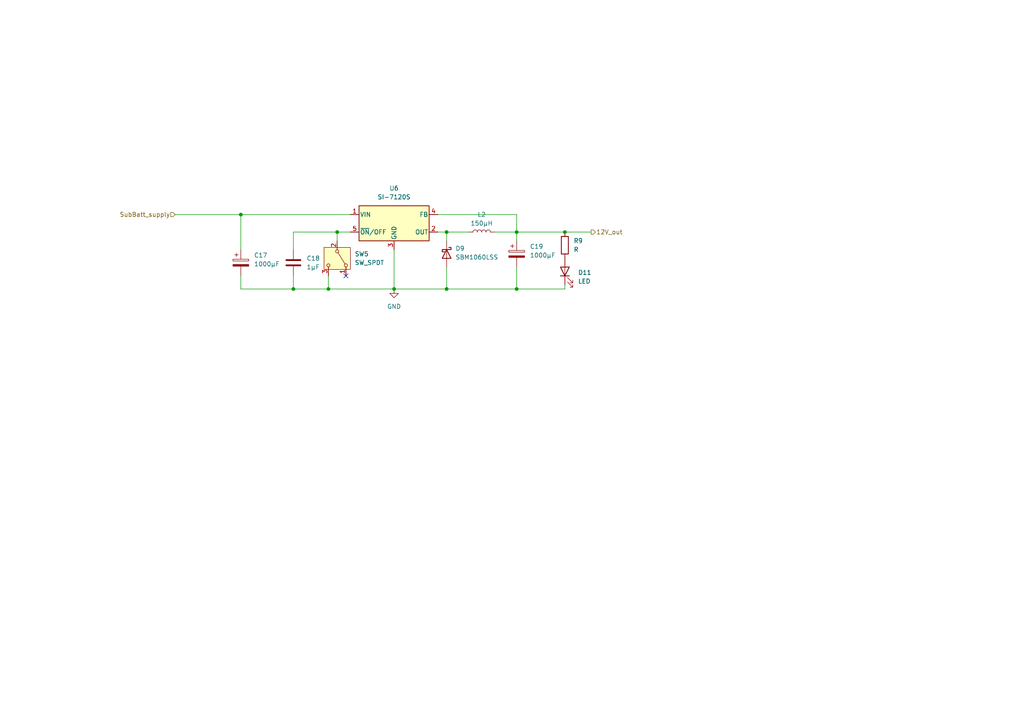
<source format=kicad_sch>
(kicad_sch (version 20230121) (generator eeschema)

  (uuid e7a3216a-5b9f-4f38-b29f-5458ec3aacd4)

  (paper "A4")

  (lib_symbols
    (symbol "Device:C" (pin_numbers hide) (pin_names (offset 0.254)) (in_bom yes) (on_board yes)
      (property "Reference" "C" (at 0.635 2.54 0)
        (effects (font (size 1.27 1.27)) (justify left))
      )
      (property "Value" "C" (at 0.635 -2.54 0)
        (effects (font (size 1.27 1.27)) (justify left))
      )
      (property "Footprint" "" (at 0.9652 -3.81 0)
        (effects (font (size 1.27 1.27)) hide)
      )
      (property "Datasheet" "~" (at 0 0 0)
        (effects (font (size 1.27 1.27)) hide)
      )
      (property "ki_keywords" "cap capacitor" (at 0 0 0)
        (effects (font (size 1.27 1.27)) hide)
      )
      (property "ki_description" "Unpolarized capacitor" (at 0 0 0)
        (effects (font (size 1.27 1.27)) hide)
      )
      (property "ki_fp_filters" "C_*" (at 0 0 0)
        (effects (font (size 1.27 1.27)) hide)
      )
      (symbol "C_0_1"
        (polyline
          (pts
            (xy -2.032 -0.762)
            (xy 2.032 -0.762)
          )
          (stroke (width 0.508) (type default))
          (fill (type none))
        )
        (polyline
          (pts
            (xy -2.032 0.762)
            (xy 2.032 0.762)
          )
          (stroke (width 0.508) (type default))
          (fill (type none))
        )
      )
      (symbol "C_1_1"
        (pin passive line (at 0 3.81 270) (length 2.794)
          (name "~" (effects (font (size 1.27 1.27))))
          (number "1" (effects (font (size 1.27 1.27))))
        )
        (pin passive line (at 0 -3.81 90) (length 2.794)
          (name "~" (effects (font (size 1.27 1.27))))
          (number "2" (effects (font (size 1.27 1.27))))
        )
      )
    )
    (symbol "Device:C_Polarized" (pin_numbers hide) (pin_names (offset 0.254)) (in_bom yes) (on_board yes)
      (property "Reference" "C" (at 0.635 2.54 0)
        (effects (font (size 1.27 1.27)) (justify left))
      )
      (property "Value" "C_Polarized" (at 0.635 -2.54 0)
        (effects (font (size 1.27 1.27)) (justify left))
      )
      (property "Footprint" "" (at 0.9652 -3.81 0)
        (effects (font (size 1.27 1.27)) hide)
      )
      (property "Datasheet" "~" (at 0 0 0)
        (effects (font (size 1.27 1.27)) hide)
      )
      (property "ki_keywords" "cap capacitor" (at 0 0 0)
        (effects (font (size 1.27 1.27)) hide)
      )
      (property "ki_description" "Polarized capacitor" (at 0 0 0)
        (effects (font (size 1.27 1.27)) hide)
      )
      (property "ki_fp_filters" "CP_*" (at 0 0 0)
        (effects (font (size 1.27 1.27)) hide)
      )
      (symbol "C_Polarized_0_1"
        (rectangle (start -2.286 0.508) (end 2.286 1.016)
          (stroke (width 0) (type default))
          (fill (type none))
        )
        (polyline
          (pts
            (xy -1.778 2.286)
            (xy -0.762 2.286)
          )
          (stroke (width 0) (type default))
          (fill (type none))
        )
        (polyline
          (pts
            (xy -1.27 2.794)
            (xy -1.27 1.778)
          )
          (stroke (width 0) (type default))
          (fill (type none))
        )
        (rectangle (start 2.286 -0.508) (end -2.286 -1.016)
          (stroke (width 0) (type default))
          (fill (type outline))
        )
      )
      (symbol "C_Polarized_1_1"
        (pin passive line (at 0 3.81 270) (length 2.794)
          (name "~" (effects (font (size 1.27 1.27))))
          (number "1" (effects (font (size 1.27 1.27))))
        )
        (pin passive line (at 0 -3.81 90) (length 2.794)
          (name "~" (effects (font (size 1.27 1.27))))
          (number "2" (effects (font (size 1.27 1.27))))
        )
      )
    )
    (symbol "Device:D_Schottky" (pin_numbers hide) (pin_names (offset 1.016) hide) (in_bom yes) (on_board yes)
      (property "Reference" "D" (at 0 2.54 0)
        (effects (font (size 1.27 1.27)))
      )
      (property "Value" "D_Schottky" (at 0 -2.54 0)
        (effects (font (size 1.27 1.27)))
      )
      (property "Footprint" "" (at 0 0 0)
        (effects (font (size 1.27 1.27)) hide)
      )
      (property "Datasheet" "~" (at 0 0 0)
        (effects (font (size 1.27 1.27)) hide)
      )
      (property "ki_keywords" "diode Schottky" (at 0 0 0)
        (effects (font (size 1.27 1.27)) hide)
      )
      (property "ki_description" "Schottky diode" (at 0 0 0)
        (effects (font (size 1.27 1.27)) hide)
      )
      (property "ki_fp_filters" "TO-???* *_Diode_* *SingleDiode* D_*" (at 0 0 0)
        (effects (font (size 1.27 1.27)) hide)
      )
      (symbol "D_Schottky_0_1"
        (polyline
          (pts
            (xy 1.27 0)
            (xy -1.27 0)
          )
          (stroke (width 0) (type default))
          (fill (type none))
        )
        (polyline
          (pts
            (xy 1.27 1.27)
            (xy 1.27 -1.27)
            (xy -1.27 0)
            (xy 1.27 1.27)
          )
          (stroke (width 0.254) (type default))
          (fill (type none))
        )
        (polyline
          (pts
            (xy -1.905 0.635)
            (xy -1.905 1.27)
            (xy -1.27 1.27)
            (xy -1.27 -1.27)
            (xy -0.635 -1.27)
            (xy -0.635 -0.635)
          )
          (stroke (width 0.254) (type default))
          (fill (type none))
        )
      )
      (symbol "D_Schottky_1_1"
        (pin passive line (at -3.81 0 0) (length 2.54)
          (name "K" (effects (font (size 1.27 1.27))))
          (number "1" (effects (font (size 1.27 1.27))))
        )
        (pin passive line (at 3.81 0 180) (length 2.54)
          (name "A" (effects (font (size 1.27 1.27))))
          (number "2" (effects (font (size 1.27 1.27))))
        )
      )
    )
    (symbol "Device:L" (pin_numbers hide) (pin_names (offset 1.016) hide) (in_bom yes) (on_board yes)
      (property "Reference" "L" (at -1.27 0 90)
        (effects (font (size 1.27 1.27)))
      )
      (property "Value" "L" (at 1.905 0 90)
        (effects (font (size 1.27 1.27)))
      )
      (property "Footprint" "" (at 0 0 0)
        (effects (font (size 1.27 1.27)) hide)
      )
      (property "Datasheet" "~" (at 0 0 0)
        (effects (font (size 1.27 1.27)) hide)
      )
      (property "ki_keywords" "inductor choke coil reactor magnetic" (at 0 0 0)
        (effects (font (size 1.27 1.27)) hide)
      )
      (property "ki_description" "Inductor" (at 0 0 0)
        (effects (font (size 1.27 1.27)) hide)
      )
      (property "ki_fp_filters" "Choke_* *Coil* Inductor_* L_*" (at 0 0 0)
        (effects (font (size 1.27 1.27)) hide)
      )
      (symbol "L_0_1"
        (arc (start 0 -2.54) (mid 0.6323 -1.905) (end 0 -1.27)
          (stroke (width 0) (type default))
          (fill (type none))
        )
        (arc (start 0 -1.27) (mid 0.6323 -0.635) (end 0 0)
          (stroke (width 0) (type default))
          (fill (type none))
        )
        (arc (start 0 0) (mid 0.6323 0.635) (end 0 1.27)
          (stroke (width 0) (type default))
          (fill (type none))
        )
        (arc (start 0 1.27) (mid 0.6323 1.905) (end 0 2.54)
          (stroke (width 0) (type default))
          (fill (type none))
        )
      )
      (symbol "L_1_1"
        (pin passive line (at 0 3.81 270) (length 1.27)
          (name "1" (effects (font (size 1.27 1.27))))
          (number "1" (effects (font (size 1.27 1.27))))
        )
        (pin passive line (at 0 -3.81 90) (length 1.27)
          (name "2" (effects (font (size 1.27 1.27))))
          (number "2" (effects (font (size 1.27 1.27))))
        )
      )
    )
    (symbol "Device:LED" (pin_numbers hide) (pin_names (offset 1.016) hide) (in_bom yes) (on_board yes)
      (property "Reference" "D" (at 0 2.54 0)
        (effects (font (size 1.27 1.27)))
      )
      (property "Value" "LED" (at 0 -2.54 0)
        (effects (font (size 1.27 1.27)))
      )
      (property "Footprint" "" (at 0 0 0)
        (effects (font (size 1.27 1.27)) hide)
      )
      (property "Datasheet" "~" (at 0 0 0)
        (effects (font (size 1.27 1.27)) hide)
      )
      (property "ki_keywords" "LED diode" (at 0 0 0)
        (effects (font (size 1.27 1.27)) hide)
      )
      (property "ki_description" "Light emitting diode" (at 0 0 0)
        (effects (font (size 1.27 1.27)) hide)
      )
      (property "ki_fp_filters" "LED* LED_SMD:* LED_THT:*" (at 0 0 0)
        (effects (font (size 1.27 1.27)) hide)
      )
      (symbol "LED_0_1"
        (polyline
          (pts
            (xy -1.27 -1.27)
            (xy -1.27 1.27)
          )
          (stroke (width 0.254) (type default))
          (fill (type none))
        )
        (polyline
          (pts
            (xy -1.27 0)
            (xy 1.27 0)
          )
          (stroke (width 0) (type default))
          (fill (type none))
        )
        (polyline
          (pts
            (xy 1.27 -1.27)
            (xy 1.27 1.27)
            (xy -1.27 0)
            (xy 1.27 -1.27)
          )
          (stroke (width 0.254) (type default))
          (fill (type none))
        )
        (polyline
          (pts
            (xy -3.048 -0.762)
            (xy -4.572 -2.286)
            (xy -3.81 -2.286)
            (xy -4.572 -2.286)
            (xy -4.572 -1.524)
          )
          (stroke (width 0) (type default))
          (fill (type none))
        )
        (polyline
          (pts
            (xy -1.778 -0.762)
            (xy -3.302 -2.286)
            (xy -2.54 -2.286)
            (xy -3.302 -2.286)
            (xy -3.302 -1.524)
          )
          (stroke (width 0) (type default))
          (fill (type none))
        )
      )
      (symbol "LED_1_1"
        (pin passive line (at -3.81 0 0) (length 2.54)
          (name "K" (effects (font (size 1.27 1.27))))
          (number "1" (effects (font (size 1.27 1.27))))
        )
        (pin passive line (at 3.81 0 180) (length 2.54)
          (name "A" (effects (font (size 1.27 1.27))))
          (number "2" (effects (font (size 1.27 1.27))))
        )
      )
    )
    (symbol "Device:R" (pin_numbers hide) (pin_names (offset 0)) (in_bom yes) (on_board yes)
      (property "Reference" "R" (at 2.032 0 90)
        (effects (font (size 1.27 1.27)))
      )
      (property "Value" "R" (at 0 0 90)
        (effects (font (size 1.27 1.27)))
      )
      (property "Footprint" "" (at -1.778 0 90)
        (effects (font (size 1.27 1.27)) hide)
      )
      (property "Datasheet" "~" (at 0 0 0)
        (effects (font (size 1.27 1.27)) hide)
      )
      (property "ki_keywords" "R res resistor" (at 0 0 0)
        (effects (font (size 1.27 1.27)) hide)
      )
      (property "ki_description" "Resistor" (at 0 0 0)
        (effects (font (size 1.27 1.27)) hide)
      )
      (property "ki_fp_filters" "R_*" (at 0 0 0)
        (effects (font (size 1.27 1.27)) hide)
      )
      (symbol "R_0_1"
        (rectangle (start -1.016 -2.54) (end 1.016 2.54)
          (stroke (width 0.254) (type default))
          (fill (type none))
        )
      )
      (symbol "R_1_1"
        (pin passive line (at 0 3.81 270) (length 1.27)
          (name "~" (effects (font (size 1.27 1.27))))
          (number "1" (effects (font (size 1.27 1.27))))
        )
        (pin passive line (at 0 -3.81 90) (length 1.27)
          (name "~" (effects (font (size 1.27 1.27))))
          (number "2" (effects (font (size 1.27 1.27))))
        )
      )
    )
    (symbol "Regulator_Switching:GL2576-12TB5T" (pin_names (offset 0.254)) (in_bom yes) (on_board yes)
      (property "Reference" "U" (at -10.16 6.35 0)
        (effects (font (size 1.27 1.27)) (justify left))
      )
      (property "Value" "GL2576-12TB5T" (at 0 6.35 0)
        (effects (font (size 1.27 1.27)) (justify left))
      )
      (property "Footprint" "Package_TO_SOT_THT:TO-220-5_Vertical" (at 0 -6.35 0)
        (effects (font (size 1.27 1.27) italic) (justify left) hide)
      )
      (property "Datasheet" "http://www.dianyuan.com/bbs/u/54/437861181916300.pdf" (at 0 0 0)
        (effects (font (size 1.27 1.27)) hide)
      )
      (property "ki_keywords" "12V 3A 52KHz Buck DC/DC" (at 0 0 0)
        (effects (font (size 1.27 1.27)) hide)
      )
      (property "ki_description" "12V 3A, 52KHz Step Down Converter, TO220-5" (at 0 0 0)
        (effects (font (size 1.27 1.27)) hide)
      )
      (property "ki_fp_filters" "TO?220*" (at 0 0 0)
        (effects (font (size 1.27 1.27)) hide)
      )
      (symbol "GL2576-12TB5T_0_1"
        (rectangle (start -10.16 5.08) (end 10.16 -5.08)
          (stroke (width 0.254) (type default))
          (fill (type background))
        )
      )
      (symbol "GL2576-12TB5T_1_1"
        (pin power_in line (at -12.7 2.54 0) (length 2.54)
          (name "VIN" (effects (font (size 1.27 1.27))))
          (number "1" (effects (font (size 1.27 1.27))))
        )
        (pin output line (at 12.7 -2.54 180) (length 2.54)
          (name "OUT" (effects (font (size 1.27 1.27))))
          (number "2" (effects (font (size 1.27 1.27))))
        )
        (pin power_in line (at 0 -7.62 90) (length 2.54)
          (name "GND" (effects (font (size 1.27 1.27))))
          (number "3" (effects (font (size 1.27 1.27))))
        )
        (pin input line (at 12.7 2.54 180) (length 2.54)
          (name "FB" (effects (font (size 1.27 1.27))))
          (number "4" (effects (font (size 1.27 1.27))))
        )
        (pin input line (at -12.7 -2.54 0) (length 2.54)
          (name "~{ON}/OFF" (effects (font (size 1.27 1.27))))
          (number "5" (effects (font (size 1.27 1.27))))
        )
      )
    )
    (symbol "Switch:SW_SPDT" (pin_names (offset 0) hide) (in_bom yes) (on_board yes)
      (property "Reference" "SW" (at 0 5.08 0)
        (effects (font (size 1.27 1.27)))
      )
      (property "Value" "SW_SPDT" (at 0 -5.08 0)
        (effects (font (size 1.27 1.27)))
      )
      (property "Footprint" "" (at 0 0 0)
        (effects (font (size 1.27 1.27)) hide)
      )
      (property "Datasheet" "~" (at 0 -7.62 0)
        (effects (font (size 1.27 1.27)) hide)
      )
      (property "ki_keywords" "switch single-pole double-throw spdt ON-ON" (at 0 0 0)
        (effects (font (size 1.27 1.27)) hide)
      )
      (property "ki_description" "Switch, single pole double throw" (at 0 0 0)
        (effects (font (size 1.27 1.27)) hide)
      )
      (symbol "SW_SPDT_0_1"
        (circle (center -2.032 0) (radius 0.4572)
          (stroke (width 0) (type default))
          (fill (type none))
        )
        (polyline
          (pts
            (xy -1.651 0.254)
            (xy 1.651 2.286)
          )
          (stroke (width 0) (type default))
          (fill (type none))
        )
        (circle (center 2.032 -2.54) (radius 0.4572)
          (stroke (width 0) (type default))
          (fill (type none))
        )
        (circle (center 2.032 2.54) (radius 0.4572)
          (stroke (width 0) (type default))
          (fill (type none))
        )
      )
      (symbol "SW_SPDT_1_1"
        (rectangle (start -3.175 3.81) (end 3.175 -3.81)
          (stroke (width 0) (type default))
          (fill (type background))
        )
        (pin passive line (at 5.08 2.54 180) (length 2.54)
          (name "A" (effects (font (size 1.27 1.27))))
          (number "1" (effects (font (size 1.27 1.27))))
        )
        (pin passive line (at -5.08 0 0) (length 2.54)
          (name "B" (effects (font (size 1.27 1.27))))
          (number "2" (effects (font (size 1.27 1.27))))
        )
        (pin passive line (at 5.08 -2.54 180) (length 2.54)
          (name "C" (effects (font (size 1.27 1.27))))
          (number "3" (effects (font (size 1.27 1.27))))
        )
      )
    )
    (symbol "power:GND" (power) (pin_names (offset 0)) (in_bom yes) (on_board yes)
      (property "Reference" "#PWR" (at 0 -6.35 0)
        (effects (font (size 1.27 1.27)) hide)
      )
      (property "Value" "GND" (at 0 -3.81 0)
        (effects (font (size 1.27 1.27)))
      )
      (property "Footprint" "" (at 0 0 0)
        (effects (font (size 1.27 1.27)) hide)
      )
      (property "Datasheet" "" (at 0 0 0)
        (effects (font (size 1.27 1.27)) hide)
      )
      (property "ki_keywords" "global power" (at 0 0 0)
        (effects (font (size 1.27 1.27)) hide)
      )
      (property "ki_description" "Power symbol creates a global label with name \"GND\" , ground" (at 0 0 0)
        (effects (font (size 1.27 1.27)) hide)
      )
      (symbol "GND_0_1"
        (polyline
          (pts
            (xy 0 0)
            (xy 0 -1.27)
            (xy 1.27 -1.27)
            (xy 0 -2.54)
            (xy -1.27 -1.27)
            (xy 0 -1.27)
          )
          (stroke (width 0) (type default))
          (fill (type none))
        )
      )
      (symbol "GND_1_1"
        (pin power_in line (at 0 0 270) (length 0) hide
          (name "GND" (effects (font (size 1.27 1.27))))
          (number "1" (effects (font (size 1.27 1.27))))
        )
      )
    )
  )

  (junction (at 95.25 83.82) (diameter 0) (color 0 0 0 0)
    (uuid 11203c75-2d5d-45a9-8e97-33794c4fbd0a)
  )
  (junction (at 149.86 83.82) (diameter 0) (color 0 0 0 0)
    (uuid 13468f0e-f94e-4631-9f92-b48a29b66f09)
  )
  (junction (at 149.86 67.31) (diameter 0) (color 0 0 0 0)
    (uuid 2b2c328c-cdf7-4745-9cdc-7b6743d545db)
  )
  (junction (at 69.85 62.23) (diameter 0) (color 0 0 0 0)
    (uuid 31eee8e5-c36f-413c-ba3b-659a31673ecb)
  )
  (junction (at 85.09 83.82) (diameter 0) (color 0 0 0 0)
    (uuid 32559a40-5e73-489a-8915-cca25e565ee6)
  )
  (junction (at 163.83 67.31) (diameter 0) (color 0 0 0 0)
    (uuid 6178d223-28bb-41a7-913f-3262878adfd2)
  )
  (junction (at 129.54 83.82) (diameter 0) (color 0 0 0 0)
    (uuid b5132593-8b5a-444b-b17f-d904c567e8fe)
  )
  (junction (at 114.3 83.82) (diameter 0) (color 0 0 0 0)
    (uuid cc141364-5b0e-46d6-8343-26fb2128f7c4)
  )
  (junction (at 97.79 67.31) (diameter 0) (color 0 0 0 0)
    (uuid e04a3586-6d35-4ce1-b899-9394660d4a94)
  )
  (junction (at 129.54 67.31) (diameter 0) (color 0 0 0 0)
    (uuid f6f3c0e1-e04b-4c8c-b116-9252a5f88b44)
  )

  (no_connect (at 100.33 80.01) (uuid 4d9cfc20-52b9-4099-801e-06d57f40f7c1))

  (wire (pts (xy 127 67.31) (xy 129.54 67.31))
    (stroke (width 0) (type default))
    (uuid 05d12fa2-e5da-4adb-848d-e100c6ea5055)
  )
  (wire (pts (xy 129.54 83.82) (xy 114.3 83.82))
    (stroke (width 0) (type default))
    (uuid 0fb6a7a5-96d9-43cf-94ba-b1c5a47558df)
  )
  (wire (pts (xy 69.85 83.82) (xy 85.09 83.82))
    (stroke (width 0) (type default))
    (uuid 1944174f-c7a0-4fdb-886b-e295eb64bc69)
  )
  (wire (pts (xy 149.86 83.82) (xy 163.83 83.82))
    (stroke (width 0) (type default))
    (uuid 27ab1413-a965-4a0c-885e-7526dfb1700f)
  )
  (wire (pts (xy 129.54 77.47) (xy 129.54 83.82))
    (stroke (width 0) (type default))
    (uuid 34b4f694-a4a2-4dc2-bf21-1dad7ab07594)
  )
  (wire (pts (xy 143.51 67.31) (xy 149.86 67.31))
    (stroke (width 0) (type default))
    (uuid 385f175e-9c95-42ef-ae4d-17515780a403)
  )
  (wire (pts (xy 69.85 80.01) (xy 69.85 83.82))
    (stroke (width 0) (type default))
    (uuid 7d4e5437-47ea-4ff5-8fc7-1696dc09bd96)
  )
  (wire (pts (xy 129.54 69.85) (xy 129.54 67.31))
    (stroke (width 0) (type default))
    (uuid 87eea9fb-a016-45b8-b093-019a0a15a2ae)
  )
  (wire (pts (xy 127 62.23) (xy 149.86 62.23))
    (stroke (width 0) (type default))
    (uuid 8a4959c8-b4f7-47f1-a423-421207356b66)
  )
  (wire (pts (xy 50.8 62.23) (xy 69.85 62.23))
    (stroke (width 0) (type default))
    (uuid 8dff1aaf-a3e7-481c-b27b-8da1f63fb6aa)
  )
  (wire (pts (xy 85.09 83.82) (xy 95.25 83.82))
    (stroke (width 0) (type default))
    (uuid 90ce3322-1f5f-431c-93e5-ecf2efd311cf)
  )
  (wire (pts (xy 85.09 72.39) (xy 85.09 67.31))
    (stroke (width 0) (type default))
    (uuid 95727beb-9bea-41b5-882d-bd6feaa84dbf)
  )
  (wire (pts (xy 69.85 62.23) (xy 101.6 62.23))
    (stroke (width 0) (type default))
    (uuid a79b9dbb-1464-432e-a007-6cda84a4a569)
  )
  (wire (pts (xy 129.54 67.31) (xy 135.89 67.31))
    (stroke (width 0) (type default))
    (uuid b46de97f-caeb-48d4-9e61-5948dfb3678d)
  )
  (wire (pts (xy 149.86 62.23) (xy 149.86 67.31))
    (stroke (width 0) (type default))
    (uuid be73bbf7-2a26-402c-9635-baac76c4482a)
  )
  (wire (pts (xy 163.83 83.82) (xy 163.83 82.55))
    (stroke (width 0) (type default))
    (uuid c2012413-64f6-4dcf-8518-7d32fb2d0d1f)
  )
  (wire (pts (xy 114.3 72.39) (xy 114.3 83.82))
    (stroke (width 0) (type default))
    (uuid c2d10e4b-765e-4594-bda4-2e720a3118d9)
  )
  (wire (pts (xy 85.09 80.01) (xy 85.09 83.82))
    (stroke (width 0) (type default))
    (uuid d2958a9e-d1aa-4c50-8814-8d81381a4b57)
  )
  (wire (pts (xy 149.86 83.82) (xy 129.54 83.82))
    (stroke (width 0) (type default))
    (uuid d7c5ff0f-01b3-426b-8b26-bec2c8067d51)
  )
  (wire (pts (xy 149.86 77.47) (xy 149.86 83.82))
    (stroke (width 0) (type default))
    (uuid db05783b-aa27-45cc-9804-412727a57377)
  )
  (wire (pts (xy 101.6 67.31) (xy 97.79 67.31))
    (stroke (width 0) (type default))
    (uuid db756f87-8332-40d2-bdde-814fef426fa9)
  )
  (wire (pts (xy 95.25 83.82) (xy 114.3 83.82))
    (stroke (width 0) (type default))
    (uuid dfdbb07b-c1bc-4c93-9d19-a03743d9916d)
  )
  (wire (pts (xy 171.45 67.31) (xy 163.83 67.31))
    (stroke (width 0) (type default))
    (uuid e20e1058-9567-4c80-9b92-36d23270f5bb)
  )
  (wire (pts (xy 163.83 67.31) (xy 149.86 67.31))
    (stroke (width 0) (type default))
    (uuid e753aef4-4a8e-41f2-aed4-3d5eb06bc883)
  )
  (wire (pts (xy 97.79 67.31) (xy 97.79 69.85))
    (stroke (width 0) (type default))
    (uuid eb52f20a-8a57-4fa6-b8e7-0e9201708129)
  )
  (wire (pts (xy 69.85 72.39) (xy 69.85 62.23))
    (stroke (width 0) (type default))
    (uuid ebcbfb9d-931b-4dd2-9359-cae562034734)
  )
  (wire (pts (xy 85.09 67.31) (xy 97.79 67.31))
    (stroke (width 0) (type default))
    (uuid ef48bbf1-5477-4fa9-a60b-b36a162427e2)
  )
  (wire (pts (xy 95.25 80.01) (xy 95.25 83.82))
    (stroke (width 0) (type default))
    (uuid ef648941-f3a6-4c6e-aeb9-7459a392b414)
  )
  (wire (pts (xy 149.86 69.85) (xy 149.86 67.31))
    (stroke (width 0) (type default))
    (uuid ef65f8b2-5fb6-42a1-975e-0cf10f6db68f)
  )

  (hierarchical_label "12V_out" (shape output) (at 171.45 67.31 0) (fields_autoplaced)
    (effects (font (size 1.27 1.27)) (justify left))
    (uuid d0f8cb0d-5867-4b07-981b-4bfc235d169a)
  )
  (hierarchical_label "SubBatt_supply" (shape input) (at 50.8 62.23 180) (fields_autoplaced)
    (effects (font (size 1.27 1.27)) (justify right))
    (uuid ef5f9ae2-65e0-4f15-8949-6f7c68d4ecdf)
  )

  (symbol (lib_id "Device:C_Polarized") (at 149.86 73.66 0) (unit 1)
    (in_bom yes) (on_board yes) (dnp no) (fields_autoplaced)
    (uuid 0b4bbd6b-e0f6-402e-857d-ca8e84067b4d)
    (property "Reference" "C19" (at 153.67 71.501 0)
      (effects (font (size 1.27 1.27)) (justify left))
    )
    (property "Value" "1000μF" (at 153.67 74.041 0)
      (effects (font (size 1.27 1.27)) (justify left))
    )
    (property "Footprint" "Capacitor_THT:CP_Radial_D12.5mm_P5.00mm" (at 150.8252 77.47 0)
      (effects (font (size 1.27 1.27)) hide)
    )
    (property "Datasheet" "~" (at 149.86 73.66 0)
      (effects (font (size 1.27 1.27)) hide)
    )
    (pin "1" (uuid aae0ce70-6c2f-4138-99d2-ba34ec9a7726))
    (pin "2" (uuid d2c55ced-042c-4b6e-b880-03c2a162f270))
    (instances
      (project "PW-3"
        (path "/e63e39d7-6ac0-4ffd-8aa3-1841a4541b55/e811173b-8ac1-4677-b543-e1e2dd394847"
          (reference "C19") (unit 1)
        )
      )
    )
  )

  (symbol (lib_id "power:GND") (at 114.3 83.82 0) (unit 1)
    (in_bom yes) (on_board yes) (dnp no) (fields_autoplaced)
    (uuid 13704a1a-704a-4ba5-88c5-255acaad8567)
    (property "Reference" "#PWR071" (at 114.3 90.17 0)
      (effects (font (size 1.27 1.27)) hide)
    )
    (property "Value" "GND" (at 114.3 88.9 0)
      (effects (font (size 1.27 1.27)))
    )
    (property "Footprint" "" (at 114.3 83.82 0)
      (effects (font (size 1.27 1.27)) hide)
    )
    (property "Datasheet" "" (at 114.3 83.82 0)
      (effects (font (size 1.27 1.27)) hide)
    )
    (pin "1" (uuid 64b4ee09-f63f-4fbc-abf5-2d3263eeb4e8))
    (instances
      (project "PW-3"
        (path "/e63e39d7-6ac0-4ffd-8aa3-1841a4541b55/e811173b-8ac1-4677-b543-e1e2dd394847"
          (reference "#PWR071") (unit 1)
        )
      )
    )
  )

  (symbol (lib_id "Regulator_Switching:GL2576-12TB5T") (at 114.3 64.77 0) (unit 1)
    (in_bom yes) (on_board yes) (dnp no) (fields_autoplaced)
    (uuid 5e89bf10-be83-49af-9dfc-ffba0b99c237)
    (property "Reference" "U6" (at 114.3 54.61 0)
      (effects (font (size 1.27 1.27)))
    )
    (property "Value" "SI-7120S" (at 114.3 57.15 0)
      (effects (font (size 1.27 1.27)))
    )
    (property "Footprint" "Package_TO_SOT_THT:TO-220-5_P3.4x3.7mm_StaggerOdd_Lead3.8mm_Vertical" (at 114.3 71.12 0)
      (effects (font (size 1.27 1.27) italic) (justify left) hide)
    )
    (property "Datasheet" "http://www.dianyuan.com/bbs/u/54/437861181916300.pdf" (at 114.3 64.77 0)
      (effects (font (size 1.27 1.27)) hide)
    )
    (pin "5" (uuid 0898e838-55e0-467b-82ee-91844b14f539))
    (pin "3" (uuid 4a07d7e0-8826-4d43-891f-77d555fade4a))
    (pin "2" (uuid 68aea1d4-cb3e-485a-8ba4-8874af01cca4))
    (pin "1" (uuid 7113e2b6-e695-468c-aecf-11e479abbf8f))
    (pin "4" (uuid 232dde9d-d714-40ae-8403-0cf1a5cc5648))
    (instances
      (project "PW-3"
        (path "/e63e39d7-6ac0-4ffd-8aa3-1841a4541b55/e811173b-8ac1-4677-b543-e1e2dd394847"
          (reference "U6") (unit 1)
        )
      )
    )
  )

  (symbol (lib_id "Device:R") (at 163.83 71.12 0) (unit 1)
    (in_bom yes) (on_board yes) (dnp no) (fields_autoplaced)
    (uuid 75a16d91-9cd3-4bae-8a1b-21edd6e45f42)
    (property "Reference" "R9" (at 166.37 69.85 0)
      (effects (font (size 1.27 1.27)) (justify left))
    )
    (property "Value" "R" (at 166.37 72.39 0)
      (effects (font (size 1.27 1.27)) (justify left))
    )
    (property "Footprint" "Resistor_SMD:R_0603_1608Metric" (at 162.052 71.12 90)
      (effects (font (size 1.27 1.27)) hide)
    )
    (property "Datasheet" "~" (at 163.83 71.12 0)
      (effects (font (size 1.27 1.27)) hide)
    )
    (pin "1" (uuid d9db1845-b4aa-4e74-a80f-73723cf0a4c0))
    (pin "2" (uuid a607a1d2-f9ea-4e23-b323-6d2f738ad5d7))
    (instances
      (project "PW-3"
        (path "/e63e39d7-6ac0-4ffd-8aa3-1841a4541b55/e811173b-8ac1-4677-b543-e1e2dd394847"
          (reference "R9") (unit 1)
        )
      )
    )
  )

  (symbol (lib_id "Device:D_Schottky") (at 129.54 73.66 270) (unit 1)
    (in_bom yes) (on_board yes) (dnp no) (fields_autoplaced)
    (uuid 8d234070-ae74-4d8a-8faf-4fefed2f2c05)
    (property "Reference" "D9" (at 132.08 72.0725 90)
      (effects (font (size 1.27 1.27)) (justify left))
    )
    (property "Value" "SBM1060LSS" (at 132.08 74.6125 90)
      (effects (font (size 1.27 1.27)) (justify left))
    )
    (property "Footprint" "Diode_THT:D_DO-201AD_P15.24mm_Horizontal" (at 129.54 73.66 0)
      (effects (font (size 1.27 1.27)) hide)
    )
    (property "Datasheet" "~" (at 129.54 73.66 0)
      (effects (font (size 1.27 1.27)) hide)
    )
    (pin "1" (uuid 9589217d-ed8c-4593-a4fc-6cbfa7534576))
    (pin "2" (uuid 68e9e239-91e0-4ac5-955d-e3f61766c3e5))
    (instances
      (project "PW-3"
        (path "/e63e39d7-6ac0-4ffd-8aa3-1841a4541b55/e811173b-8ac1-4677-b543-e1e2dd394847"
          (reference "D9") (unit 1)
        )
      )
    )
  )

  (symbol (lib_id "Switch:SW_SPDT") (at 97.79 74.93 270) (unit 1)
    (in_bom yes) (on_board yes) (dnp no) (fields_autoplaced)
    (uuid 8eadb8fc-b1c3-49e7-a36e-1c09c19962dc)
    (property "Reference" "SW5" (at 102.87 73.66 90)
      (effects (font (size 1.27 1.27)) (justify left))
    )
    (property "Value" "SW_SPDT" (at 102.87 76.2 90)
      (effects (font (size 1.27 1.27)) (justify left))
    )
    (property "Footprint" "Connector_PinHeader_2.54mm:PinHeader_1x03_P2.54mm_Vertical" (at 97.79 74.93 0)
      (effects (font (size 1.27 1.27)) hide)
    )
    (property "Datasheet" "~" (at 90.17 74.93 0)
      (effects (font (size 1.27 1.27)) hide)
    )
    (pin "3" (uuid aa5beb07-a130-417a-857e-7f9d62e1e182))
    (pin "1" (uuid cba0d7e3-ebd8-46cd-99a0-ed50292acf6a))
    (pin "2" (uuid 41ceee10-4d94-40fe-a173-9c1653ac74b7))
    (instances
      (project "PW-3"
        (path "/e63e39d7-6ac0-4ffd-8aa3-1841a4541b55/e811173b-8ac1-4677-b543-e1e2dd394847"
          (reference "SW5") (unit 1)
        )
      )
    )
  )

  (symbol (lib_id "Device:C_Polarized") (at 69.85 76.2 0) (unit 1)
    (in_bom yes) (on_board yes) (dnp no) (fields_autoplaced)
    (uuid 977b6f54-4cd8-43d0-bde7-a3a9116b1c9b)
    (property "Reference" "C17" (at 73.66 74.041 0)
      (effects (font (size 1.27 1.27)) (justify left))
    )
    (property "Value" "1000μF" (at 73.66 76.581 0)
      (effects (font (size 1.27 1.27)) (justify left))
    )
    (property "Footprint" "Capacitor_THT:CP_Radial_D12.5mm_P5.00mm" (at 70.8152 80.01 0)
      (effects (font (size 1.27 1.27)) hide)
    )
    (property "Datasheet" "~" (at 69.85 76.2 0)
      (effects (font (size 1.27 1.27)) hide)
    )
    (pin "1" (uuid d9f6a4b0-ea02-4b60-9cd6-b0743d4fe156))
    (pin "2" (uuid 9dc431c6-492f-4803-81f6-d78548673200))
    (instances
      (project "PW-3"
        (path "/e63e39d7-6ac0-4ffd-8aa3-1841a4541b55/e811173b-8ac1-4677-b543-e1e2dd394847"
          (reference "C17") (unit 1)
        )
      )
    )
  )

  (symbol (lib_id "Device:LED") (at 163.83 78.74 90) (unit 1)
    (in_bom yes) (on_board yes) (dnp no) (fields_autoplaced)
    (uuid c4100306-530c-446e-a1bf-6bcab0b8b34a)
    (property "Reference" "D11" (at 167.64 79.0575 90)
      (effects (font (size 1.27 1.27)) (justify right))
    )
    (property "Value" "LED" (at 167.64 81.5975 90)
      (effects (font (size 1.27 1.27)) (justify right))
    )
    (property "Footprint" "LED_SMD:LED_0603_1608Metric" (at 163.83 78.74 0)
      (effects (font (size 1.27 1.27)) hide)
    )
    (property "Datasheet" "~" (at 163.83 78.74 0)
      (effects (font (size 1.27 1.27)) hide)
    )
    (pin "1" (uuid 0e64e551-c25b-4f51-9e92-4d74e1accf4a))
    (pin "2" (uuid 6a064163-b1d7-4318-b99f-2afb8b30ae9f))
    (instances
      (project "PW-3"
        (path "/e63e39d7-6ac0-4ffd-8aa3-1841a4541b55/e811173b-8ac1-4677-b543-e1e2dd394847"
          (reference "D11") (unit 1)
        )
      )
    )
  )

  (symbol (lib_id "Device:L") (at 139.7 67.31 90) (unit 1)
    (in_bom yes) (on_board yes) (dnp no) (fields_autoplaced)
    (uuid e70658b2-3123-4c8e-b1bd-ab8ac44bd3fb)
    (property "Reference" "L2" (at 139.7 62.23 90)
      (effects (font (size 1.27 1.27)))
    )
    (property "Value" "150μH" (at 139.7 64.77 90)
      (effects (font (size 1.27 1.27)))
    )
    (property "Footprint" "Inductor_THT:L_Toroid_Vertical_L26.7mm_W14.0mm_P10.16mm_Pulse_D" (at 139.7 67.31 0)
      (effects (font (size 1.27 1.27)) hide)
    )
    (property "Datasheet" "~" (at 139.7 67.31 0)
      (effects (font (size 1.27 1.27)) hide)
    )
    (pin "2" (uuid 5ba875c1-1039-4632-b65c-1d03f664f3b6))
    (pin "1" (uuid e5881746-8e5e-4907-85e8-7ca610cd40a4))
    (instances
      (project "PW-3"
        (path "/e63e39d7-6ac0-4ffd-8aa3-1841a4541b55/e811173b-8ac1-4677-b543-e1e2dd394847"
          (reference "L2") (unit 1)
        )
      )
    )
  )

  (symbol (lib_id "Device:C") (at 85.09 76.2 0) (unit 1)
    (in_bom yes) (on_board yes) (dnp no) (fields_autoplaced)
    (uuid f3c627d8-53c3-44d9-9dba-8c1d72dc6db9)
    (property "Reference" "C18" (at 88.9 74.93 0)
      (effects (font (size 1.27 1.27)) (justify left))
    )
    (property "Value" "1μF" (at 88.9 77.47 0)
      (effects (font (size 1.27 1.27)) (justify left))
    )
    (property "Footprint" "Capacitor_SMD:C_0603_1608Metric" (at 86.0552 80.01 0)
      (effects (font (size 1.27 1.27)) hide)
    )
    (property "Datasheet" "~" (at 85.09 76.2 0)
      (effects (font (size 1.27 1.27)) hide)
    )
    (pin "2" (uuid 1856280d-74a9-4ec2-a354-1c9bb379b74a))
    (pin "1" (uuid 8db828ff-03ca-455b-8954-eb5240022957))
    (instances
      (project "PW-3"
        (path "/e63e39d7-6ac0-4ffd-8aa3-1841a4541b55/e811173b-8ac1-4677-b543-e1e2dd394847"
          (reference "C18") (unit 1)
        )
      )
    )
  )
)

</source>
